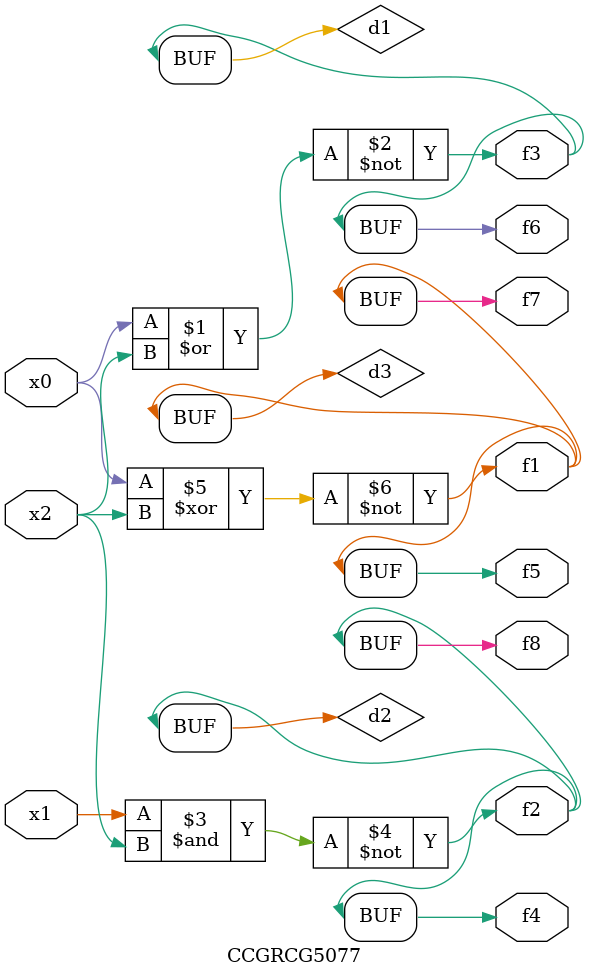
<source format=v>
module CCGRCG5077(
	input x0, x1, x2,
	output f1, f2, f3, f4, f5, f6, f7, f8
);

	wire d1, d2, d3;

	nor (d1, x0, x2);
	nand (d2, x1, x2);
	xnor (d3, x0, x2);
	assign f1 = d3;
	assign f2 = d2;
	assign f3 = d1;
	assign f4 = d2;
	assign f5 = d3;
	assign f6 = d1;
	assign f7 = d3;
	assign f8 = d2;
endmodule

</source>
